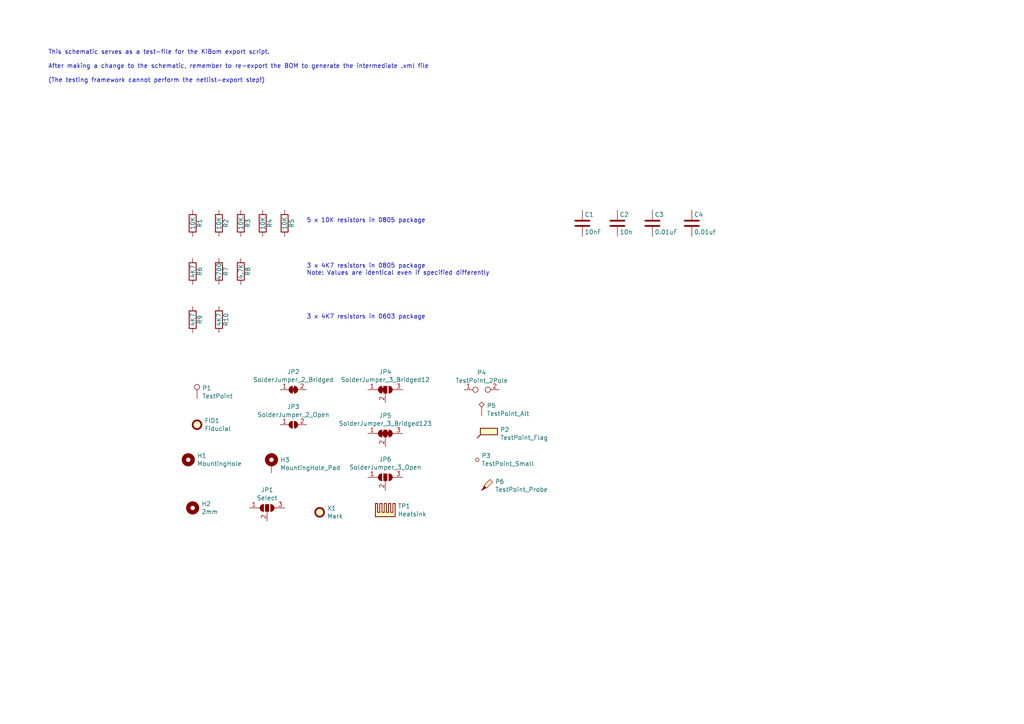
<source format=kicad_sch>
(kicad_sch (version 20250114) (generator "eeschema") (generator_version "9.0")
  (paper "A4")
  (title_block (title "KiBom Test Schematic") (date "2020-03-12") (rev "A") (company "https://github.com/SchrodingersGat/KiBom"))
  (lib_symbols
    (symbol "Connector:TestPoint" (pin_numbers (hide yes)) (pin_names (offset 0.762) (hide yes))
      (property "Reference" "TP" (at 0 6.858 0))
      (property "Value" "TestPoint" (at 0 5.08 0))
      (symbol "TestPoint_0_1"
        (circle (center 0 3.302) (radius 0.762))
      )
      (symbol "TestPoint_1_1"
        (pin passive line (at 0 0 90) (length 2.54) (name "1") (number "1"))
      )
    )
    (symbol "Connector:TestPoint_2Pole" (pin_names (offset 0.762) (hide yes))
      (property "Reference" "TP" (at 0 1.524 0))
      (property "Value" "TestPoint_2Pole" (at 0 -1.778 0))
      (symbol "TestPoint_2Pole_0_1"
        (circle (center -1.778 0) (radius 0.762))
        (circle (center 1.778 0) (radius 0.762))
        (pin passive line (at -5.08 0 0) (length 2.54) (name "1") (number "1"))
        (pin passive line (at 5.08 0 180) (length 2.54) (name "2") (number "2"))
      )
    )
    (symbol "Connector:TestPoint_Alt" (pin_numbers (hide yes)) (pin_names (offset 0.762) (hide yes))
      (property "Reference" "TP" (at 0 6.858 0))
      (property "Value" "TestPoint_Alt" (at 0 5.08 0))
      (symbol "TestPoint_Alt_0_1"
        (polyline (pts (xy 0 2.54) (xy -0.762 3.302) (xy 0 4.064) (xy 0.762 3.302) (xy 0 2.54)))
      )
      (symbol "TestPoint_Alt_1_1"
        (pin passive line (at 0 0 90) (length 2.54) (name "1") (number "1"))
      )
    )
    (symbol "Connector:TestPoint_Flag" (pin_numbers (hide yes)) (pin_names (offset 0.762) (hide yes))
      (property "Reference" "TP" (at 3.429 1.778 0))
      (property "Value" "TestPoint_Flag" (at 3.302 4.191 0))
      (symbol "TestPoint_Flag_0_1"
        (polyline (pts (xy 0 0) (xy 0.889 0.889)) (stroke (width 0.254)))
        (rectangle (start 0.889 2.794) (end 5.842 0.889) (stroke (width 0.254)) (fill (type background)))
      )
      (symbol "TestPoint_Flag_1_1"
        (pin passive line (at 0 0 90) (length 0) (name "1") (number "1"))
      )
    )
    (symbol "Connector:TestPoint_Probe" (pin_numbers (hide yes)) (pin_names (offset 0.762) (hide yes))
      (property "Reference" "TP" (at 1.651 5.842 0))
      (property "Value" "TestPoint_Probe" (at 1.651 4.064 0))
      (symbol "TestPoint_Probe_0_1"
        (polyline (pts (xy 1.27 0.762) (xy 0 0) (xy 0.762 1.27) (xy 1.27 0.762)) (fill (type outline)))
        (polyline (pts (xy 1.397 0.635) (xy 0.635 1.397) (xy 2.413 3.175) (xy 3.175 2.413) (xy 1.397 0.635)) (fill (type background)))
      )
      (symbol "TestPoint_Probe_1_1"
        (pin passive line (at 0 0 90) (length 0) (name "1") (number "1"))
      )
    )
    (symbol "Connector:TestPoint_Small" (pin_numbers (hide yes)) (pin_names (offset 0.762) (hide yes))
      (property "Reference" "TP" (at 0 3.81 0))
      (property "Value" "TestPoint_Small" (at 0 2.032 0))
      (symbol "TestPoint_Small_0_1"
        (circle (center 0 0) (radius 0.508))
      )
      (symbol "TestPoint_Small_1_1"
        (pin passive line (at 0 0 90) (length 0) (name "1") (number "1"))
      )
    )
    (symbol "Device:C" (pin_numbers (hide yes)) (pin_names (offset 0.254))
      (property "Reference" "C" (at 0.635 2.54 0))
      (property "Value" "C" (at 0.635 -2.54 0))
      (symbol "C_0_1"
        (polyline (pts (xy -2.032 0.762) (xy 2.032 0.762)) (stroke (width 0.508)))
        (polyline (pts (xy -2.032 -0.762) (xy 2.032 -0.762)) (stroke (width 0.508)))
      )
      (symbol "C_1_1"
        (pin passive line (at 0 3.81 270) (length 2.794) (name "~") (number "1"))
        (pin passive line (at 0 -3.81 90) (length 2.794) (name "~") (number "2"))
      )
    )
    (symbol "Device:R" (pin_numbers (hide yes)) (pin_names (offset 0))
      (property "Reference" "R" (at 2.032 0 90))
      (property "Value" "R" (at 0 0 90))
      (symbol "R_0_1"
        (rectangle (start -1.016 -2.54) (end 1.016 2.54) (stroke (width 0.254)))
      )
      (symbol "R_1_1"
        (pin passive line (at 0 3.81 270) (length 1.27) (name "~") (number "1"))
        (pin passive line (at 0 -3.81 90) (length 1.27) (name "~") (number "2"))
      )
    )
    (symbol "Jumper:SolderJumper_2_Bridged" (pin_names (offset 0) (hide yes))
      (property "Reference" "JP" (at 0 2.032 0))
      (property "Value" "SolderJumper_2_Bridged" (at 0 -2.54 0))
      (symbol "SolderJumper_2_Bridged_0_1"
        (rectangle (start -0.508 0.508) (end 0.508 -0.508) (fill (type outline)))
        (polyline (pts (xy -0.254 1.016) (xy -0.254 -1.016)))
        (arc (start -0.254 -1.016) (mid -1.2656 0) (end -0.254 1.016))
        (arc (start -0.254 -1.016) (mid -1.2656 0) (end -0.254 1.016) (fill (type outline)))
        (arc (start 0.254 1.016) (mid 1.2656 0) (end 0.254 -1.016))
        (arc (start 0.254 1.016) (mid 1.2656 0) (end 0.254 -1.016) (fill (type outline)))
        (polyline (pts (xy 0.254 1.016) (xy 0.254 -1.016)))
      )
      (symbol "SolderJumper_2_Bridged_1_1"
        (pin passive line (at -3.81 0 0) (length 2.54) (name "A") (number "1"))
        (pin passive line (at 3.81 0 180) (length 2.54) (name "B") (number "2"))
      )
    )
    (symbol "Jumper:SolderJumper_2_Open" (pin_names (offset 0) (hide yes))
      (property "Reference" "JP" (at 0 2.032 0))
      (property "Value" "SolderJumper_2_Open" (at 0 -2.54 0))
      (symbol "SolderJumper_2_Open_0_1"
        (polyline (pts (xy -0.254 1.016) (xy -0.254 -1.016)))
        (arc (start -0.254 -1.016) (mid -1.2656 0) (end -0.254 1.016))
        (arc (start -0.254 -1.016) (mid -1.2656 0) (end -0.254 1.016) (fill (type outline)))
        (arc (start 0.254 1.016) (mid 1.2656 0) (end 0.254 -1.016))
        (arc (start 0.254 1.016) (mid 1.2656 0) (end 0.254 -1.016) (fill (type outline)))
        (polyline (pts (xy 0.254 1.016) (xy 0.254 -1.016)))
      )
      (symbol "SolderJumper_2_Open_1_1"
        (pin passive line (at -3.81 0 0) (length 2.54) (name "A") (number "1"))
        (pin passive line (at 3.81 0 180) (length 2.54) (name "B") (number "2"))
      )
    )
    (symbol "Jumper:SolderJumper_3_Bridged12" (pin_names (offset 0) (hide yes))
      (property "Reference" "JP" (at -2.54 -2.54 0))
      (property "Value" "SolderJumper_3_Bridged12" (at 0 2.794 0))
      (symbol "SolderJumper_3_Bridged12_0_1"
        (polyline (pts (xy -2.54 0) (xy -2.032 0)))
        (polyline (pts (xy -1.016 1.016) (xy -1.016 -1.016)))
        (rectangle (start -1.016 0.508) (end -0.508 -0.508) (fill (type outline)))
        (arc (start -1.016 -1.016) (mid -2.0276 0) (end -1.016 1.016))
        (arc (start -1.016 -1.016) (mid -2.0276 0) (end -1.016 1.016) (fill (type outline)))
        (rectangle (start -0.508 1.016) (end 0.508 -1.016) (fill (type outline)))
        (polyline (pts (xy 0 -1.27) (xy 0 -1.016)))
        (arc (start 1.016 1.016) (mid 2.0276 0) (end 1.016 -1.016))
        (arc (start 1.016 1.016) (mid 2.0276 0) (end 1.016 -1.016) (fill (type outline)))
        (polyline (pts (xy 1.016 1.016) (xy 1.016 -1.016)))
        (polyline (pts (xy 2.54 0) (xy 2.032 0)))
      )
      (symbol "SolderJumper_3_Bridged12_1_1"
        (pin passive line (at -5.08 0 0) (length 2.54) (name "A") (number "1"))
        (pin input line (at 0 -3.81 90) (length 2.54) (name "C") (number "2"))
        (pin passive line (at 5.08 0 180) (length 2.54) (name "B") (number "3"))
      )
    )
    (symbol "Jumper:SolderJumper_3_Bridged123" (pin_names (offset 0) (hide yes))
      (property "Reference" "JP" (at -2.54 -2.54 0))
      (property "Value" "SolderJumper_3_Bridged123" (at 0 2.794 0))
      (symbol "SolderJumper_3_Bridged123_0_1"
        (polyline (pts (xy -2.54 0) (xy -2.032 0)))
        (polyline (pts (xy -1.016 1.016) (xy -1.016 -1.016)))
        (rectangle (start -1.016 0.508) (end -0.508 -0.508) (fill (type outline)))
        (arc (start -1.016 -1.016) (mid -2.0276 0) (end -1.016 1.016))
        (arc (start -1.016 -1.016) (mid -2.0276 0) (end -1.016 1.016) (fill (type outline)))
        (rectangle (start -0.508 1.016) (end 0.508 -1.016) (fill (type outline)))
        (polyline (pts (xy 0 -1.27) (xy 0 -1.016)))
        (rectangle (start 0.508 0.508) (end 1.016 -0.508) (fill (type outline)))
        (arc (start 1.016 1.016) (mid 2.0276 0) (end 1.016 -1.016))
        (arc (start 1.016 1.016) (mid 2.0276 0) (end 1.016 -1.016) (fill (type outline)))
        (polyline (pts (xy 1.016 1.016) (xy 1.016 -1.016)))
        (polyline (pts (xy 2.54 0) (xy 2.032 0)))
      )
      (symbol "SolderJumper_3_Bridged123_1_1"
        (pin passive line (at -5.08 0 0) (length 2.54) (name "A") (number "1"))
        (pin input line (at 0 -3.81 90) (length 2.54) (name "C") (number "2"))
        (pin passive line (at 5.08 0 180) (length 2.54) (name "B") (number "3"))
      )
    )
    (symbol "Jumper:SolderJumper_3_Open" (pin_names (offset 0) (hide yes))
      (property "Reference" "JP" (at -2.54 -2.54 0))
      (property "Value" "SolderJumper_3_Open" (at 0 2.794 0))
      (symbol "SolderJumper_3_Open_0_1"
        (polyline (pts (xy -2.54 0) (xy -2.032 0)))
        (polyline (pts (xy -1.016 1.016) (xy -1.016 -1.016)))
        (arc (start -1.016 -1.016) (mid -2.0276 0) (end -1.016 1.016))
        (arc (start -1.016 -1.016) (mid -2.0276 0) (end -1.016 1.016) (fill (type outline)))
        (rectangle (start -0.508 1.016) (end 0.508 -1.016) (fill (type outline)))
        (polyline (pts (xy 0 -1.27) (xy 0 -1.016)))
        (arc (start 1.016 1.016) (mid 2.0276 0) (end 1.016 -1.016))
        (arc (start 1.016 1.016) (mid 2.0276 0) (end 1.016 -1.016) (fill (type outline)))
        (polyline (pts (xy 1.016 1.016) (xy 1.016 -1.016)))
        (polyline (pts (xy 2.54 0) (xy 2.032 0)))
      )
      (symbol "SolderJumper_3_Open_1_1"
        (pin passive line (at -5.08 0 0) (length 2.54) (name "A") (number "1"))
        (pin input line (at 0 -3.81 90) (length 2.54) (name "C") (number "2"))
        (pin passive line (at 5.08 0 180) (length 2.54) (name "B") (number "3"))
      )
    )
    (symbol "Mechanical:Fiducial"
      (property "Reference" "FID" (at 0 5.08 0))
      (property "Value" "Fiducial" (at 0 3.175 0))
      (symbol "Fiducial_0_1"
        (circle (center 0 0) (radius 1.27) (stroke (width 0.508)) (fill (type background)))
      )
    )
    (symbol "Mechanical:Heatsink" (pin_names (offset 1.016))
      (property "Reference" "HS" (at 0 5.08 0))
      (property "Value" "Heatsink" (at 0 -1.27 0))
      (symbol "Heatsink_0_1"
        (polyline (pts (xy -0.3302 1.27) (xy -0.9652 1.27) (xy -0.9652 3.81) (xy -1.6002 3.81) (xy -1.6002 1.27) (xy -2.2352 1.27) (xy -2.2352 3.81) (xy -2.8702 3.81) (xy -2.8702 0) (xy -0.9652 0)) (stroke (width 0.254)) (fill (type background)))
        (polyline (pts (xy -0.3302 1.27) (xy -0.3302 3.81) (xy 0.3048 3.81) (xy 0.3048 1.27) (xy 0.9398 1.27) (xy 0.9398 3.81) (xy 1.5748 3.81) (xy 1.5748 1.27) (xy 2.2098 1.27) (xy 2.2098 3.81) (xy 2.8448 3.81) (xy 2.8448 0) (xy -0.9652 0)) (stroke (width 0.254)) (fill (type background)))
      )
    )
    (symbol "Mechanical:MountingHole" (pin_names (offset 1.016))
      (property "Reference" "H" (at 0 5.08 0))
      (property "Value" "MountingHole" (at 0 3.175 0))
      (symbol "MountingHole_0_1"
        (circle (center 0 0) (radius 1.27) (stroke (width 1.27)))
      )
    )
    (symbol "Mechanical:MountingHole_Pad" (pin_numbers (hide yes)) (pin_names (offset 1.016) (hide yes))
      (property "Reference" "H" (at 0 6.35 0))
      (property "Value" "MountingHole_Pad" (at 0 4.445 0))
      (symbol "MountingHole_Pad_0_1"
        (circle (center 0 1.27) (radius 1.27) (stroke (width 1.27)))
      )
      (symbol "MountingHole_Pad_1_1"
        (pin input line (at 0 -2.54 90) (length 2.54) (name "1") (number "1"))
      )
    )
  )
  (text "3 x 4K7 resistors in 0603 package" (at 88.9 92.71 0) (effects (font (size 1.27 1.27)) (justify left bottom)))
  (text "This schematic serves as a test-file for the KiBom export script.\n\nAfter making a change to the schematic, remember to re-export the BOM to generate the intermediate .xml file\n\n(The testing framework cannot perform the netlist-export step!)" (at 13.97 24.13 0) (effects (font (size 1.27 1.27)) (justify left bottom)))
  (text "3 x 4K7 resistors in 0805 package\nNote: Values are identical even if specified differently" (at 88.9 80.01 0) (effects (font (size 1.27 1.27)) (justify left bottom)))
  (text "5 x 10K resistors in 0805 package" (at 88.9 64.77 0) (effects (font (size 1.27 1.27)) (justify left bottom)))
  (symbol (lib_id "Device:R") (at 55.88 64.77 0) (unit 1)
    (property "Reference" "R1" (at 57.912 64.77 90))
    (property "Value" "10K" (at 55.88 64.77 90))
    (property "Footprint" "Resistor_SMD:R_0805_2012Metric" (effects (hide yes)))
    (property "Tolerance" "5%" (effects (hide yes)))
  )
  (symbol (lib_id "Device:R") (at 63.5 64.77 0) (unit 1)
    (property "Reference" "R2" (at 65.532 64.77 90))
    (property "Value" "10K" (at 63.5 64.77 90))
    (property "Footprint" "Resistor_SMD:R_0805_2012Metric" (effects (hide yes)))
    (property "Tolerance" "10%" (effects (hide yes)))
  )
  (symbol (lib_id "Device:R") (at 69.85 64.77 0) (unit 1)
    (property "Reference" "R3" (at 71.882 64.77 90))
    (property "Value" "10K" (at 69.85 64.77 90))
    (property "Footprint" "Resistor_SMD:R_0805_2012Metric" (effects (hide yes)))
  )
  (symbol (lib_id "Device:R") (at 76.2 64.77 0) (unit 1)
    (property "Reference" "R4" (at 78.232 64.77 90))
    (property "Value" "10K" (at 76.2 64.77 90))
    (property "Footprint" "Resistor_SMD:R_0805_2012Metric" (effects (hide yes)))
  )
  (symbol (lib_id "Device:R") (at 82.55 64.77 0) (unit 1)
    (property "Reference" "R5" (at 84.582 64.77 90))
    (property "Value" "10K" (at 82.55 64.77 90))
    (property "Footprint" "Resistor_SMD:R_0805_2012Metric" (effects (hide yes)))
  )
  (symbol (lib_id "Device:R") (at 55.88 78.74 0) (unit 1)
    (property "Reference" "R6" (at 57.912 78.74 90))
    (property "Value" "4K7" (at 55.88 78.74 90))
    (property "Footprint" "Resistor_SMD:R_0805_2012Metric" (effects (hide yes)))
    (property "Config" "DNF" (effects (hide yes)))
  )
  (symbol (lib_id "Device:R") (at 63.5 78.74 0) (unit 1)
    (property "Reference" "R7" (at 65.532 78.74 90))
    (property "Value" "4700" (at 63.5 78.74 90))
    (property "Footprint" "Resistor_SMD:R_0805_2012Metric" (effects (hide yes)))
    (property "Config" "DNC" (effects (hide yes)))
  )
  (symbol (lib_id "Device:R") (at 69.85 78.74 0) (unit 1)
    (property "Reference" "R8" (at 71.882 78.74 90))
    (property "Value" "4.7K" (at 69.85 78.74 90))
    (property "Footprint" "Resistor_SMD:R_0805_2012Metric" (effects (hide yes)))
  )
  (symbol (lib_id "Device:R") (at 55.88 92.71 0) (unit 1)
    (property "Reference" "R9" (at 57.912 92.71 90))
    (property "Value" "4K7" (at 55.88 92.71 90))
    (property "Footprint" "Resistor_SMD:R_0603_1608Metric" (effects (hide yes)))
  )
  (symbol (lib_id "Device:R") (at 63.5 92.71 0) (unit 1)
    (property "Reference" "R10" (at 65.532 92.71 90))
    (property "Value" "4K7" (at 63.5 92.71 90))
    (property "Footprint" "Resistor_SMD:R_0603_1608Metric" (effects (hide yes)))
  )
  (symbol (lib_id "Device:C") (at 168.91 64.77 0) (unit 1)
    (property "Reference" "C1" (at 169.545 62.23 0) (effects (justify left)))
    (property "Value" "10nF" (at 169.545 67.31 0) (effects (justify left)))
    (property "Footprint" "Capacitor_SMD:C_0603_1608Metric" (effects (hide yes)))
  )
  (symbol (lib_id "Device:C") (at 179.07 64.77 0) (unit 1)
    (property "Reference" "C2" (at 179.705 62.23 0) (effects (justify left)))
    (property "Value" "10n" (at 179.705 67.31 0) (effects (justify left)))
    (property "Footprint" "Capacitor_SMD:C_0603_1608Metric" (effects (hide yes)))
  )
  (symbol (lib_id "Device:C") (at 189.23 64.77 0) (unit 1)
    (property "Reference" "C3" (at 189.865 62.23 0) (effects (justify left)))
    (property "Value" "0.01uF" (at 189.865 67.31 0) (effects (justify left)))
    (property "Footprint" "Capacitor_SMD:C_0603_1608Metric" (effects (hide yes)))
  )
  (symbol (lib_id "Device:C") (at 200.66 64.77 0) (unit 1)
    (property "Reference" "C4" (at 201.295 62.23 0) (effects (justify left)))
    (property "Value" "0.01uf" (at 201.295 67.31 0) (effects (justify left)))
    (property "Footprint" "Capacitor_SMD:C_0603_1608Metric" (effects (hide yes)))
  )
  (symbol (lib_id "Connector:TestPoint") (at 57.15 115.57 0) (unit 1)
    (property "Reference" "P1" (at 58.6232 112.5728 0) (effects (justify left)))
    (property "Value" "TestPoint" (at 58.6232 114.8842 0) (effects (justify left)))
  )
  (symbol (lib_id "Mechanical:Fiducial") (at 57.15 123.19 0) (unit 1)
    (property "Reference" "FID1" (at 59.309 122.0216 0) (effects (justify left)))
    (property "Value" "Fiducial" (at 59.309 124.333 0) (effects (justify left)))
  )
  (symbol (lib_id "Mechanical:MountingHole") (at 54.61 133.35 0) (unit 1)
    (property "Reference" "H1" (at 57.15 132.1816 0) (effects (justify left)))
    (property "Value" "MountingHole" (at 57.15 134.493 0) (effects (justify left)))
  )
  (symbol (lib_id "Mechanical:MountingHole_Pad") (at 78.74 134.62 0) (unit 1)
    (property "Reference" "H3" (at 81.28 133.3754 0) (effects (justify left)))
    (property "Value" "MountingHole_Pad" (at 81.28 135.6868 0) (effects (justify left)))
  )
  (symbol (lib_id "Jumper:SolderJumper_2_Bridged") (at 85.09 113.03 0) (unit 1)
    (property "Reference" "JP2" (at 85.09 107.823 0))
    (property "Value" "SolderJumper_2_Bridged" (at 85.09 110.1344 0))
  )
  (symbol (lib_id "Jumper:SolderJumper_2_Open") (at 85.09 123.19 0) (unit 1)
    (property "Reference" "JP3" (at 85.09 117.983 0))
    (property "Value" "SolderJumper_2_Open" (at 85.09 120.2944 0))
  )
  (symbol (lib_id "Jumper:SolderJumper_3_Bridged12") (at 111.76 113.03 0) (unit 1)
    (property "Reference" "JP4" (at 111.76 107.823 0))
    (property "Value" "SolderJumper_3_Bridged12" (at 111.76 110.1344 0))
  )
  (symbol (lib_id "Jumper:SolderJumper_3_Bridged123") (at 111.76 125.73 0) (unit 1)
    (property "Reference" "JP5" (at 111.76 120.523 0))
    (property "Value" "SolderJumper_3_Bridged123" (at 111.76 122.8344 0))
  )
  (symbol (lib_id "Jumper:SolderJumper_3_Open") (at 111.76 138.43 0) (unit 1)
    (property "Reference" "JP6" (at 111.76 133.223 0))
    (property "Value" "SolderJumper_3_Open" (at 111.76 135.5344 0))
  )
  (symbol (lib_id "Connector:TestPoint_2Pole") (at 139.7 113.03 0) (unit 1)
    (property "Reference" "P4" (at 139.7 108.077 0))
    (property "Value" "TestPoint_2Pole" (at 139.7 110.3884 0))
  )
  (symbol (lib_id "Connector:TestPoint_Alt") (at 139.7 120.65 0) (unit 1)
    (property "Reference" "P5" (at 141.1732 117.6528 0) (effects (justify left)))
    (property "Value" "TestPoint_Alt" (at 141.1732 119.9642 0) (effects (justify left)))
  )
  (symbol (lib_id "Connector:TestPoint_Flag") (at 138.43 127 0) (unit 1)
    (property "Reference" "P2" (at 145.034 124.6124 0) (effects (justify left)))
    (property "Value" "TestPoint_Flag" (at 145.034 126.9238 0) (effects (justify left)))
  )
  (symbol (lib_id "Connector:TestPoint_Small") (at 138.43 133.35 0) (unit 1)
    (property "Reference" "P3" (at 139.6492 132.1816 0) (effects (justify left)))
    (property "Value" "TestPoint_Small" (at 139.6492 134.493 0) (effects (justify left)))
  )
  (symbol (lib_id "Connector:TestPoint_Probe") (at 139.7 142.24 0) (unit 1)
    (property "Reference" "P6" (at 143.5862 139.6746 0) (effects (justify left)))
    (property "Value" "TestPoint_Probe" (at 143.5862 141.986 0) (effects (justify left)))
  )
  (symbol (lib_id "Mechanical:MountingHole") (at 55.88 147.32 0) (unit 1)
    (property "Reference" "H2" (at 58.42 146.1516 0) (effects (justify left)))
    (property "Value" "2mm" (at 58.42 148.463 0) (effects (justify left)))
  )
  (symbol (lib_id "Jumper:SolderJumper_3_Open") (at 77.47 147.32 0) (unit 1)
    (property "Reference" "JP1" (at 77.47 142.113 0))
    (property "Value" "Select" (at 77.47 144.4244 0))
  )
  (symbol (lib_id "Mechanical:Fiducial") (at 92.71 148.59 0) (unit 1)
    (property "Reference" "X1" (at 94.869 147.4216 0) (effects (justify left)))
    (property "Value" "Mark" (at 94.869 149.733 0) (effects (justify left)))
    (property "Footprint" "Fiducial:Fiducial_1mm_Mask2mm" (effects (hide yes)))
  )
  (symbol (lib_id "Mechanical:Heatsink") (at 111.76 149.86 0) (unit 1)
    (property "Reference" "TP1" (at 115.3668 146.7866 0) (effects (justify left)))
    (property "Value" "Heatsink" (at 115.3668 149.098 0) (effects (justify left)))
  )
)
</source>
